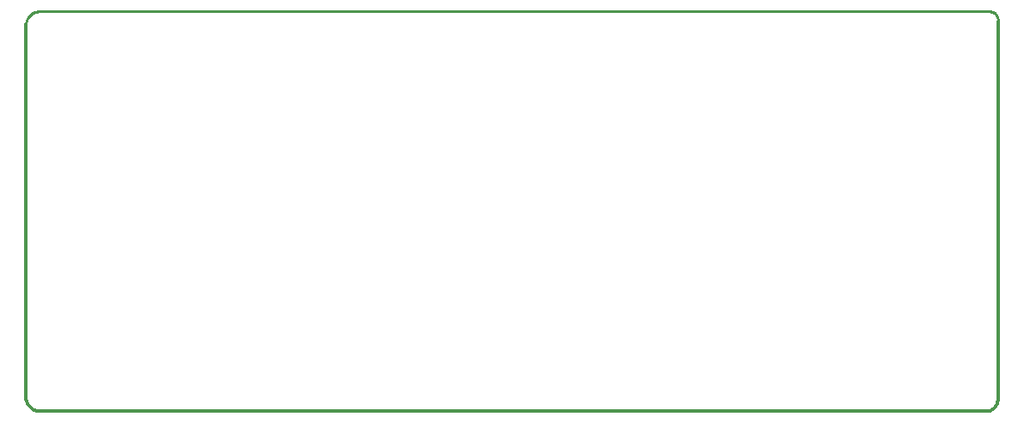
<source format=gko>
G75*
G70*
%OFA0B0*%
%FSLAX24Y24*%
%IPPOS*%
%LPD*%
%AMOC8*
5,1,8,0,0,1.08239X$1,22.5*
%
%ADD10C,0.0100*%
%ADD11C,0.0120*%
D10*
X000171Y015517D02*
X000173Y015561D01*
X000179Y015604D01*
X000188Y015646D01*
X000201Y015688D01*
X000218Y015728D01*
X000238Y015767D01*
X000261Y015804D01*
X000288Y015838D01*
X000317Y015871D01*
X000350Y015900D01*
X000384Y015927D01*
X000421Y015950D01*
X000460Y015970D01*
X000500Y015987D01*
X000542Y016000D01*
X000584Y016009D01*
X000627Y016015D01*
X000671Y016017D01*
X037571Y016017D01*
X037605Y016010D01*
X037639Y016000D01*
X037671Y015986D01*
X037701Y015968D01*
X037729Y015948D01*
X037756Y015925D01*
X037779Y015899D01*
X037800Y015871D01*
X037818Y015841D01*
X037832Y015809D01*
X037843Y015776D01*
X037851Y015741D01*
X037854Y015707D01*
X037855Y015672D01*
X037851Y015637D01*
D11*
X037471Y000517D02*
X000791Y000517D01*
X000745Y000514D01*
X000698Y000515D01*
X000652Y000520D01*
X000606Y000528D01*
X000561Y000540D01*
X000517Y000556D01*
X000475Y000576D01*
X000434Y000598D01*
X000396Y000625D01*
X000360Y000654D01*
X000326Y000686D01*
X000295Y000721D01*
X000267Y000758D01*
X000242Y000797D01*
X000221Y000839D01*
X000203Y000881D01*
X000189Y000926D01*
X000178Y000971D01*
X000171Y001017D01*
X000171Y015517D01*
X037471Y000517D02*
X037512Y000529D01*
X037552Y000544D01*
X037590Y000562D01*
X037627Y000583D01*
X037662Y000607D01*
X037694Y000635D01*
X037725Y000664D01*
X037753Y000696D01*
X037778Y000731D01*
X037800Y000767D01*
X037819Y000805D01*
X037835Y000844D01*
X037848Y000885D01*
X037857Y000926D01*
X037863Y000968D01*
X037865Y001011D01*
X037864Y001053D01*
X037859Y001095D01*
X037851Y001137D01*
X037851Y015637D01*
M02*

</source>
